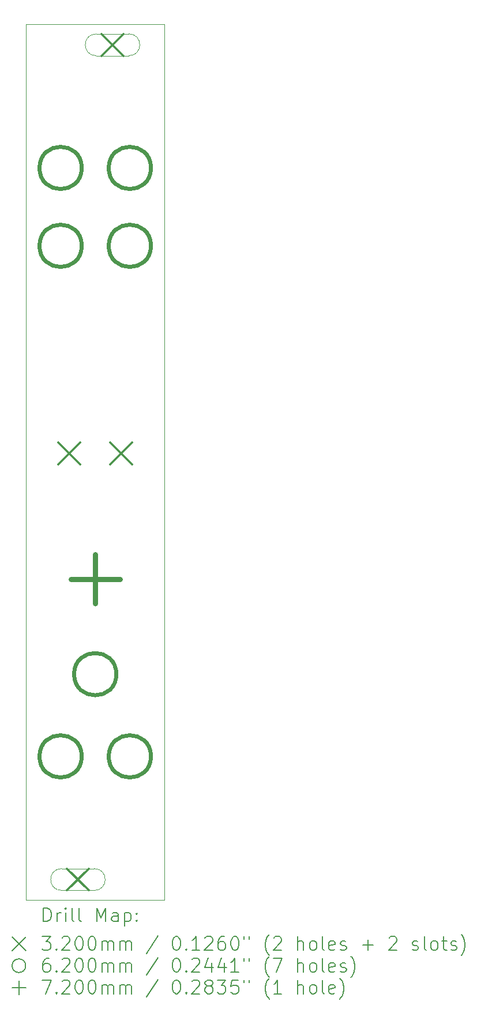
<source format=gbr>
%TF.GenerationSoftware,KiCad,Pcbnew,9.0.7*%
%TF.CreationDate,2026-01-04T21:32:23+01:00*%
%TF.ProjectId,board_F,626f6172-645f-4462-9e6b-696361645f70,rev?*%
%TF.SameCoordinates,Original*%
%TF.FileFunction,Drillmap*%
%TF.FilePolarity,Positive*%
%FSLAX45Y45*%
G04 Gerber Fmt 4.5, Leading zero omitted, Abs format (unit mm)*
G04 Created by KiCad (PCBNEW 9.0.7) date 2026-01-04 21:32:23*
%MOMM*%
%LPD*%
G01*
G04 APERTURE LIST*
%ADD10C,0.100000*%
%ADD11C,0.200000*%
%ADD12C,0.320000*%
%ADD13C,0.620000*%
%ADD14C,0.720000*%
G04 APERTURE END LIST*
D10*
X13984000Y-16425000D02*
X13984000Y-3575000D01*
X16016000Y-16425000D02*
X13984000Y-16425000D01*
X13984000Y-3575000D02*
X16016000Y-3575000D01*
X16016000Y-3575000D02*
X16016000Y-16425000D01*
D11*
D12*
X14459000Y-9713000D02*
X14779000Y-10033000D01*
X14779000Y-9713000D02*
X14459000Y-10033000D01*
X14586000Y-15965000D02*
X14906000Y-16285000D01*
X14906000Y-15965000D02*
X14586000Y-16285000D01*
D10*
X14506000Y-16285000D02*
X14986000Y-16285000D01*
X14986000Y-15965000D02*
G75*
G02*
X14986000Y-16285000I0J-160000D01*
G01*
X14986000Y-15965000D02*
X14506000Y-15965000D01*
X14506000Y-15965000D02*
G75*
G03*
X14506000Y-16285000I0J-160000D01*
G01*
D12*
X15094000Y-3715000D02*
X15414000Y-4035000D01*
X15414000Y-3715000D02*
X15094000Y-4035000D01*
D10*
X15014000Y-4035000D02*
X15494000Y-4035000D01*
X15494000Y-3715000D02*
G75*
G02*
X15494000Y-4035000I0J-160000D01*
G01*
X15494000Y-3715000D02*
X15014000Y-3715000D01*
X15014000Y-3715000D02*
G75*
G03*
X15014000Y-4035000I0J-160000D01*
G01*
D12*
X15221000Y-9713000D02*
X15541000Y-10033000D01*
X15541000Y-9713000D02*
X15221000Y-10033000D01*
D13*
X14802000Y-5682000D02*
G75*
G02*
X14182000Y-5682000I-310000J0D01*
G01*
X14182000Y-5682000D02*
G75*
G02*
X14802000Y-5682000I310000J0D01*
G01*
X14802000Y-6825000D02*
G75*
G02*
X14182000Y-6825000I-310000J0D01*
G01*
X14182000Y-6825000D02*
G75*
G02*
X14802000Y-6825000I310000J0D01*
G01*
X14802000Y-14318000D02*
G75*
G02*
X14182000Y-14318000I-310000J0D01*
G01*
X14182000Y-14318000D02*
G75*
G02*
X14802000Y-14318000I310000J0D01*
G01*
X15310000Y-13111500D02*
G75*
G02*
X14690000Y-13111500I-310000J0D01*
G01*
X14690000Y-13111500D02*
G75*
G02*
X15310000Y-13111500I310000J0D01*
G01*
X15818000Y-5682000D02*
G75*
G02*
X15198000Y-5682000I-310000J0D01*
G01*
X15198000Y-5682000D02*
G75*
G02*
X15818000Y-5682000I310000J0D01*
G01*
X15818000Y-6825000D02*
G75*
G02*
X15198000Y-6825000I-310000J0D01*
G01*
X15198000Y-6825000D02*
G75*
G02*
X15818000Y-6825000I310000J0D01*
G01*
X15818000Y-14318000D02*
G75*
G02*
X15198000Y-14318000I-310000J0D01*
G01*
X15198000Y-14318000D02*
G75*
G02*
X15818000Y-14318000I310000J0D01*
G01*
D14*
X15000000Y-11354500D02*
X15000000Y-12074500D01*
X14640000Y-11714500D02*
X15360000Y-11714500D01*
D11*
X14239777Y-16741484D02*
X14239777Y-16541484D01*
X14239777Y-16541484D02*
X14287396Y-16541484D01*
X14287396Y-16541484D02*
X14315967Y-16551008D01*
X14315967Y-16551008D02*
X14335015Y-16570055D01*
X14335015Y-16570055D02*
X14344539Y-16589103D01*
X14344539Y-16589103D02*
X14354062Y-16627198D01*
X14354062Y-16627198D02*
X14354062Y-16655769D01*
X14354062Y-16655769D02*
X14344539Y-16693865D01*
X14344539Y-16693865D02*
X14335015Y-16712912D01*
X14335015Y-16712912D02*
X14315967Y-16731960D01*
X14315967Y-16731960D02*
X14287396Y-16741484D01*
X14287396Y-16741484D02*
X14239777Y-16741484D01*
X14439777Y-16741484D02*
X14439777Y-16608150D01*
X14439777Y-16646246D02*
X14449301Y-16627198D01*
X14449301Y-16627198D02*
X14458824Y-16617674D01*
X14458824Y-16617674D02*
X14477872Y-16608150D01*
X14477872Y-16608150D02*
X14496920Y-16608150D01*
X14563586Y-16741484D02*
X14563586Y-16608150D01*
X14563586Y-16541484D02*
X14554062Y-16551008D01*
X14554062Y-16551008D02*
X14563586Y-16560531D01*
X14563586Y-16560531D02*
X14573110Y-16551008D01*
X14573110Y-16551008D02*
X14563586Y-16541484D01*
X14563586Y-16541484D02*
X14563586Y-16560531D01*
X14687396Y-16741484D02*
X14668348Y-16731960D01*
X14668348Y-16731960D02*
X14658824Y-16712912D01*
X14658824Y-16712912D02*
X14658824Y-16541484D01*
X14792158Y-16741484D02*
X14773110Y-16731960D01*
X14773110Y-16731960D02*
X14763586Y-16712912D01*
X14763586Y-16712912D02*
X14763586Y-16541484D01*
X15020729Y-16741484D02*
X15020729Y-16541484D01*
X15020729Y-16541484D02*
X15087396Y-16684341D01*
X15087396Y-16684341D02*
X15154062Y-16541484D01*
X15154062Y-16541484D02*
X15154062Y-16741484D01*
X15335015Y-16741484D02*
X15335015Y-16636722D01*
X15335015Y-16636722D02*
X15325491Y-16617674D01*
X15325491Y-16617674D02*
X15306443Y-16608150D01*
X15306443Y-16608150D02*
X15268348Y-16608150D01*
X15268348Y-16608150D02*
X15249301Y-16617674D01*
X15335015Y-16731960D02*
X15315967Y-16741484D01*
X15315967Y-16741484D02*
X15268348Y-16741484D01*
X15268348Y-16741484D02*
X15249301Y-16731960D01*
X15249301Y-16731960D02*
X15239777Y-16712912D01*
X15239777Y-16712912D02*
X15239777Y-16693865D01*
X15239777Y-16693865D02*
X15249301Y-16674817D01*
X15249301Y-16674817D02*
X15268348Y-16665293D01*
X15268348Y-16665293D02*
X15315967Y-16665293D01*
X15315967Y-16665293D02*
X15335015Y-16655769D01*
X15430253Y-16608150D02*
X15430253Y-16808150D01*
X15430253Y-16617674D02*
X15449301Y-16608150D01*
X15449301Y-16608150D02*
X15487396Y-16608150D01*
X15487396Y-16608150D02*
X15506443Y-16617674D01*
X15506443Y-16617674D02*
X15515967Y-16627198D01*
X15515967Y-16627198D02*
X15525491Y-16646246D01*
X15525491Y-16646246D02*
X15525491Y-16703388D01*
X15525491Y-16703388D02*
X15515967Y-16722436D01*
X15515967Y-16722436D02*
X15506443Y-16731960D01*
X15506443Y-16731960D02*
X15487396Y-16741484D01*
X15487396Y-16741484D02*
X15449301Y-16741484D01*
X15449301Y-16741484D02*
X15430253Y-16731960D01*
X15611205Y-16722436D02*
X15620729Y-16731960D01*
X15620729Y-16731960D02*
X15611205Y-16741484D01*
X15611205Y-16741484D02*
X15601682Y-16731960D01*
X15601682Y-16731960D02*
X15611205Y-16722436D01*
X15611205Y-16722436D02*
X15611205Y-16741484D01*
X15611205Y-16617674D02*
X15620729Y-16627198D01*
X15620729Y-16627198D02*
X15611205Y-16636722D01*
X15611205Y-16636722D02*
X15601682Y-16627198D01*
X15601682Y-16627198D02*
X15611205Y-16617674D01*
X15611205Y-16617674D02*
X15611205Y-16636722D01*
X13779000Y-16970000D02*
X13979000Y-17170000D01*
X13979000Y-16970000D02*
X13779000Y-17170000D01*
X14220729Y-16961484D02*
X14344539Y-16961484D01*
X14344539Y-16961484D02*
X14277872Y-17037674D01*
X14277872Y-17037674D02*
X14306443Y-17037674D01*
X14306443Y-17037674D02*
X14325491Y-17047198D01*
X14325491Y-17047198D02*
X14335015Y-17056722D01*
X14335015Y-17056722D02*
X14344539Y-17075770D01*
X14344539Y-17075770D02*
X14344539Y-17123389D01*
X14344539Y-17123389D02*
X14335015Y-17142436D01*
X14335015Y-17142436D02*
X14325491Y-17151960D01*
X14325491Y-17151960D02*
X14306443Y-17161484D01*
X14306443Y-17161484D02*
X14249301Y-17161484D01*
X14249301Y-17161484D02*
X14230253Y-17151960D01*
X14230253Y-17151960D02*
X14220729Y-17142436D01*
X14430253Y-17142436D02*
X14439777Y-17151960D01*
X14439777Y-17151960D02*
X14430253Y-17161484D01*
X14430253Y-17161484D02*
X14420729Y-17151960D01*
X14420729Y-17151960D02*
X14430253Y-17142436D01*
X14430253Y-17142436D02*
X14430253Y-17161484D01*
X14515967Y-16980531D02*
X14525491Y-16971008D01*
X14525491Y-16971008D02*
X14544539Y-16961484D01*
X14544539Y-16961484D02*
X14592158Y-16961484D01*
X14592158Y-16961484D02*
X14611205Y-16971008D01*
X14611205Y-16971008D02*
X14620729Y-16980531D01*
X14620729Y-16980531D02*
X14630253Y-16999579D01*
X14630253Y-16999579D02*
X14630253Y-17018627D01*
X14630253Y-17018627D02*
X14620729Y-17047198D01*
X14620729Y-17047198D02*
X14506443Y-17161484D01*
X14506443Y-17161484D02*
X14630253Y-17161484D01*
X14754062Y-16961484D02*
X14773110Y-16961484D01*
X14773110Y-16961484D02*
X14792158Y-16971008D01*
X14792158Y-16971008D02*
X14801682Y-16980531D01*
X14801682Y-16980531D02*
X14811205Y-16999579D01*
X14811205Y-16999579D02*
X14820729Y-17037674D01*
X14820729Y-17037674D02*
X14820729Y-17085293D01*
X14820729Y-17085293D02*
X14811205Y-17123389D01*
X14811205Y-17123389D02*
X14801682Y-17142436D01*
X14801682Y-17142436D02*
X14792158Y-17151960D01*
X14792158Y-17151960D02*
X14773110Y-17161484D01*
X14773110Y-17161484D02*
X14754062Y-17161484D01*
X14754062Y-17161484D02*
X14735015Y-17151960D01*
X14735015Y-17151960D02*
X14725491Y-17142436D01*
X14725491Y-17142436D02*
X14715967Y-17123389D01*
X14715967Y-17123389D02*
X14706443Y-17085293D01*
X14706443Y-17085293D02*
X14706443Y-17037674D01*
X14706443Y-17037674D02*
X14715967Y-16999579D01*
X14715967Y-16999579D02*
X14725491Y-16980531D01*
X14725491Y-16980531D02*
X14735015Y-16971008D01*
X14735015Y-16971008D02*
X14754062Y-16961484D01*
X14944539Y-16961484D02*
X14963586Y-16961484D01*
X14963586Y-16961484D02*
X14982634Y-16971008D01*
X14982634Y-16971008D02*
X14992158Y-16980531D01*
X14992158Y-16980531D02*
X15001682Y-16999579D01*
X15001682Y-16999579D02*
X15011205Y-17037674D01*
X15011205Y-17037674D02*
X15011205Y-17085293D01*
X15011205Y-17085293D02*
X15001682Y-17123389D01*
X15001682Y-17123389D02*
X14992158Y-17142436D01*
X14992158Y-17142436D02*
X14982634Y-17151960D01*
X14982634Y-17151960D02*
X14963586Y-17161484D01*
X14963586Y-17161484D02*
X14944539Y-17161484D01*
X14944539Y-17161484D02*
X14925491Y-17151960D01*
X14925491Y-17151960D02*
X14915967Y-17142436D01*
X14915967Y-17142436D02*
X14906443Y-17123389D01*
X14906443Y-17123389D02*
X14896920Y-17085293D01*
X14896920Y-17085293D02*
X14896920Y-17037674D01*
X14896920Y-17037674D02*
X14906443Y-16999579D01*
X14906443Y-16999579D02*
X14915967Y-16980531D01*
X14915967Y-16980531D02*
X14925491Y-16971008D01*
X14925491Y-16971008D02*
X14944539Y-16961484D01*
X15096920Y-17161484D02*
X15096920Y-17028150D01*
X15096920Y-17047198D02*
X15106443Y-17037674D01*
X15106443Y-17037674D02*
X15125491Y-17028150D01*
X15125491Y-17028150D02*
X15154063Y-17028150D01*
X15154063Y-17028150D02*
X15173110Y-17037674D01*
X15173110Y-17037674D02*
X15182634Y-17056722D01*
X15182634Y-17056722D02*
X15182634Y-17161484D01*
X15182634Y-17056722D02*
X15192158Y-17037674D01*
X15192158Y-17037674D02*
X15211205Y-17028150D01*
X15211205Y-17028150D02*
X15239777Y-17028150D01*
X15239777Y-17028150D02*
X15258824Y-17037674D01*
X15258824Y-17037674D02*
X15268348Y-17056722D01*
X15268348Y-17056722D02*
X15268348Y-17161484D01*
X15363586Y-17161484D02*
X15363586Y-17028150D01*
X15363586Y-17047198D02*
X15373110Y-17037674D01*
X15373110Y-17037674D02*
X15392158Y-17028150D01*
X15392158Y-17028150D02*
X15420729Y-17028150D01*
X15420729Y-17028150D02*
X15439777Y-17037674D01*
X15439777Y-17037674D02*
X15449301Y-17056722D01*
X15449301Y-17056722D02*
X15449301Y-17161484D01*
X15449301Y-17056722D02*
X15458824Y-17037674D01*
X15458824Y-17037674D02*
X15477872Y-17028150D01*
X15477872Y-17028150D02*
X15506443Y-17028150D01*
X15506443Y-17028150D02*
X15525491Y-17037674D01*
X15525491Y-17037674D02*
X15535015Y-17056722D01*
X15535015Y-17056722D02*
X15535015Y-17161484D01*
X15925491Y-16951960D02*
X15754063Y-17209103D01*
X16182634Y-16961484D02*
X16201682Y-16961484D01*
X16201682Y-16961484D02*
X16220729Y-16971008D01*
X16220729Y-16971008D02*
X16230253Y-16980531D01*
X16230253Y-16980531D02*
X16239777Y-16999579D01*
X16239777Y-16999579D02*
X16249301Y-17037674D01*
X16249301Y-17037674D02*
X16249301Y-17085293D01*
X16249301Y-17085293D02*
X16239777Y-17123389D01*
X16239777Y-17123389D02*
X16230253Y-17142436D01*
X16230253Y-17142436D02*
X16220729Y-17151960D01*
X16220729Y-17151960D02*
X16201682Y-17161484D01*
X16201682Y-17161484D02*
X16182634Y-17161484D01*
X16182634Y-17161484D02*
X16163586Y-17151960D01*
X16163586Y-17151960D02*
X16154063Y-17142436D01*
X16154063Y-17142436D02*
X16144539Y-17123389D01*
X16144539Y-17123389D02*
X16135015Y-17085293D01*
X16135015Y-17085293D02*
X16135015Y-17037674D01*
X16135015Y-17037674D02*
X16144539Y-16999579D01*
X16144539Y-16999579D02*
X16154063Y-16980531D01*
X16154063Y-16980531D02*
X16163586Y-16971008D01*
X16163586Y-16971008D02*
X16182634Y-16961484D01*
X16335015Y-17142436D02*
X16344539Y-17151960D01*
X16344539Y-17151960D02*
X16335015Y-17161484D01*
X16335015Y-17161484D02*
X16325491Y-17151960D01*
X16325491Y-17151960D02*
X16335015Y-17142436D01*
X16335015Y-17142436D02*
X16335015Y-17161484D01*
X16535015Y-17161484D02*
X16420729Y-17161484D01*
X16477872Y-17161484D02*
X16477872Y-16961484D01*
X16477872Y-16961484D02*
X16458825Y-16990055D01*
X16458825Y-16990055D02*
X16439777Y-17009103D01*
X16439777Y-17009103D02*
X16420729Y-17018627D01*
X16611206Y-16980531D02*
X16620729Y-16971008D01*
X16620729Y-16971008D02*
X16639777Y-16961484D01*
X16639777Y-16961484D02*
X16687396Y-16961484D01*
X16687396Y-16961484D02*
X16706444Y-16971008D01*
X16706444Y-16971008D02*
X16715967Y-16980531D01*
X16715967Y-16980531D02*
X16725491Y-16999579D01*
X16725491Y-16999579D02*
X16725491Y-17018627D01*
X16725491Y-17018627D02*
X16715967Y-17047198D01*
X16715967Y-17047198D02*
X16601682Y-17161484D01*
X16601682Y-17161484D02*
X16725491Y-17161484D01*
X16896920Y-16961484D02*
X16858825Y-16961484D01*
X16858825Y-16961484D02*
X16839777Y-16971008D01*
X16839777Y-16971008D02*
X16830253Y-16980531D01*
X16830253Y-16980531D02*
X16811206Y-17009103D01*
X16811206Y-17009103D02*
X16801682Y-17047198D01*
X16801682Y-17047198D02*
X16801682Y-17123389D01*
X16801682Y-17123389D02*
X16811206Y-17142436D01*
X16811206Y-17142436D02*
X16820729Y-17151960D01*
X16820729Y-17151960D02*
X16839777Y-17161484D01*
X16839777Y-17161484D02*
X16877872Y-17161484D01*
X16877872Y-17161484D02*
X16896920Y-17151960D01*
X16896920Y-17151960D02*
X16906444Y-17142436D01*
X16906444Y-17142436D02*
X16915968Y-17123389D01*
X16915968Y-17123389D02*
X16915968Y-17075770D01*
X16915968Y-17075770D02*
X16906444Y-17056722D01*
X16906444Y-17056722D02*
X16896920Y-17047198D01*
X16896920Y-17047198D02*
X16877872Y-17037674D01*
X16877872Y-17037674D02*
X16839777Y-17037674D01*
X16839777Y-17037674D02*
X16820729Y-17047198D01*
X16820729Y-17047198D02*
X16811206Y-17056722D01*
X16811206Y-17056722D02*
X16801682Y-17075770D01*
X17039777Y-16961484D02*
X17058825Y-16961484D01*
X17058825Y-16961484D02*
X17077872Y-16971008D01*
X17077872Y-16971008D02*
X17087396Y-16980531D01*
X17087396Y-16980531D02*
X17096920Y-16999579D01*
X17096920Y-16999579D02*
X17106444Y-17037674D01*
X17106444Y-17037674D02*
X17106444Y-17085293D01*
X17106444Y-17085293D02*
X17096920Y-17123389D01*
X17096920Y-17123389D02*
X17087396Y-17142436D01*
X17087396Y-17142436D02*
X17077872Y-17151960D01*
X17077872Y-17151960D02*
X17058825Y-17161484D01*
X17058825Y-17161484D02*
X17039777Y-17161484D01*
X17039777Y-17161484D02*
X17020729Y-17151960D01*
X17020729Y-17151960D02*
X17011206Y-17142436D01*
X17011206Y-17142436D02*
X17001682Y-17123389D01*
X17001682Y-17123389D02*
X16992158Y-17085293D01*
X16992158Y-17085293D02*
X16992158Y-17037674D01*
X16992158Y-17037674D02*
X17001682Y-16999579D01*
X17001682Y-16999579D02*
X17011206Y-16980531D01*
X17011206Y-16980531D02*
X17020729Y-16971008D01*
X17020729Y-16971008D02*
X17039777Y-16961484D01*
X17182634Y-16961484D02*
X17182634Y-16999579D01*
X17258825Y-16961484D02*
X17258825Y-16999579D01*
X17554063Y-17237674D02*
X17544539Y-17228150D01*
X17544539Y-17228150D02*
X17525491Y-17199579D01*
X17525491Y-17199579D02*
X17515968Y-17180531D01*
X17515968Y-17180531D02*
X17506444Y-17151960D01*
X17506444Y-17151960D02*
X17496920Y-17104341D01*
X17496920Y-17104341D02*
X17496920Y-17066246D01*
X17496920Y-17066246D02*
X17506444Y-17018627D01*
X17506444Y-17018627D02*
X17515968Y-16990055D01*
X17515968Y-16990055D02*
X17525491Y-16971008D01*
X17525491Y-16971008D02*
X17544539Y-16942436D01*
X17544539Y-16942436D02*
X17554063Y-16932912D01*
X17620730Y-16980531D02*
X17630253Y-16971008D01*
X17630253Y-16971008D02*
X17649301Y-16961484D01*
X17649301Y-16961484D02*
X17696920Y-16961484D01*
X17696920Y-16961484D02*
X17715968Y-16971008D01*
X17715968Y-16971008D02*
X17725491Y-16980531D01*
X17725491Y-16980531D02*
X17735015Y-16999579D01*
X17735015Y-16999579D02*
X17735015Y-17018627D01*
X17735015Y-17018627D02*
X17725491Y-17047198D01*
X17725491Y-17047198D02*
X17611206Y-17161484D01*
X17611206Y-17161484D02*
X17735015Y-17161484D01*
X17973111Y-17161484D02*
X17973111Y-16961484D01*
X18058825Y-17161484D02*
X18058825Y-17056722D01*
X18058825Y-17056722D02*
X18049301Y-17037674D01*
X18049301Y-17037674D02*
X18030253Y-17028150D01*
X18030253Y-17028150D02*
X18001682Y-17028150D01*
X18001682Y-17028150D02*
X17982634Y-17037674D01*
X17982634Y-17037674D02*
X17973111Y-17047198D01*
X18182634Y-17161484D02*
X18163587Y-17151960D01*
X18163587Y-17151960D02*
X18154063Y-17142436D01*
X18154063Y-17142436D02*
X18144539Y-17123389D01*
X18144539Y-17123389D02*
X18144539Y-17066246D01*
X18144539Y-17066246D02*
X18154063Y-17047198D01*
X18154063Y-17047198D02*
X18163587Y-17037674D01*
X18163587Y-17037674D02*
X18182634Y-17028150D01*
X18182634Y-17028150D02*
X18211206Y-17028150D01*
X18211206Y-17028150D02*
X18230253Y-17037674D01*
X18230253Y-17037674D02*
X18239777Y-17047198D01*
X18239777Y-17047198D02*
X18249301Y-17066246D01*
X18249301Y-17066246D02*
X18249301Y-17123389D01*
X18249301Y-17123389D02*
X18239777Y-17142436D01*
X18239777Y-17142436D02*
X18230253Y-17151960D01*
X18230253Y-17151960D02*
X18211206Y-17161484D01*
X18211206Y-17161484D02*
X18182634Y-17161484D01*
X18363587Y-17161484D02*
X18344539Y-17151960D01*
X18344539Y-17151960D02*
X18335015Y-17132912D01*
X18335015Y-17132912D02*
X18335015Y-16961484D01*
X18515968Y-17151960D02*
X18496920Y-17161484D01*
X18496920Y-17161484D02*
X18458825Y-17161484D01*
X18458825Y-17161484D02*
X18439777Y-17151960D01*
X18439777Y-17151960D02*
X18430253Y-17132912D01*
X18430253Y-17132912D02*
X18430253Y-17056722D01*
X18430253Y-17056722D02*
X18439777Y-17037674D01*
X18439777Y-17037674D02*
X18458825Y-17028150D01*
X18458825Y-17028150D02*
X18496920Y-17028150D01*
X18496920Y-17028150D02*
X18515968Y-17037674D01*
X18515968Y-17037674D02*
X18525492Y-17056722D01*
X18525492Y-17056722D02*
X18525492Y-17075770D01*
X18525492Y-17075770D02*
X18430253Y-17094817D01*
X18601682Y-17151960D02*
X18620730Y-17161484D01*
X18620730Y-17161484D02*
X18658825Y-17161484D01*
X18658825Y-17161484D02*
X18677873Y-17151960D01*
X18677873Y-17151960D02*
X18687396Y-17132912D01*
X18687396Y-17132912D02*
X18687396Y-17123389D01*
X18687396Y-17123389D02*
X18677873Y-17104341D01*
X18677873Y-17104341D02*
X18658825Y-17094817D01*
X18658825Y-17094817D02*
X18630253Y-17094817D01*
X18630253Y-17094817D02*
X18611206Y-17085293D01*
X18611206Y-17085293D02*
X18601682Y-17066246D01*
X18601682Y-17066246D02*
X18601682Y-17056722D01*
X18601682Y-17056722D02*
X18611206Y-17037674D01*
X18611206Y-17037674D02*
X18630253Y-17028150D01*
X18630253Y-17028150D02*
X18658825Y-17028150D01*
X18658825Y-17028150D02*
X18677873Y-17037674D01*
X18925492Y-17085293D02*
X19077873Y-17085293D01*
X19001682Y-17161484D02*
X19001682Y-17009103D01*
X19315968Y-16980531D02*
X19325492Y-16971008D01*
X19325492Y-16971008D02*
X19344539Y-16961484D01*
X19344539Y-16961484D02*
X19392158Y-16961484D01*
X19392158Y-16961484D02*
X19411206Y-16971008D01*
X19411206Y-16971008D02*
X19420730Y-16980531D01*
X19420730Y-16980531D02*
X19430254Y-16999579D01*
X19430254Y-16999579D02*
X19430254Y-17018627D01*
X19430254Y-17018627D02*
X19420730Y-17047198D01*
X19420730Y-17047198D02*
X19306444Y-17161484D01*
X19306444Y-17161484D02*
X19430254Y-17161484D01*
X19658825Y-17151960D02*
X19677873Y-17161484D01*
X19677873Y-17161484D02*
X19715968Y-17161484D01*
X19715968Y-17161484D02*
X19735016Y-17151960D01*
X19735016Y-17151960D02*
X19744539Y-17132912D01*
X19744539Y-17132912D02*
X19744539Y-17123389D01*
X19744539Y-17123389D02*
X19735016Y-17104341D01*
X19735016Y-17104341D02*
X19715968Y-17094817D01*
X19715968Y-17094817D02*
X19687396Y-17094817D01*
X19687396Y-17094817D02*
X19668349Y-17085293D01*
X19668349Y-17085293D02*
X19658825Y-17066246D01*
X19658825Y-17066246D02*
X19658825Y-17056722D01*
X19658825Y-17056722D02*
X19668349Y-17037674D01*
X19668349Y-17037674D02*
X19687396Y-17028150D01*
X19687396Y-17028150D02*
X19715968Y-17028150D01*
X19715968Y-17028150D02*
X19735016Y-17037674D01*
X19858825Y-17161484D02*
X19839777Y-17151960D01*
X19839777Y-17151960D02*
X19830254Y-17132912D01*
X19830254Y-17132912D02*
X19830254Y-16961484D01*
X19963587Y-17161484D02*
X19944539Y-17151960D01*
X19944539Y-17151960D02*
X19935016Y-17142436D01*
X19935016Y-17142436D02*
X19925492Y-17123389D01*
X19925492Y-17123389D02*
X19925492Y-17066246D01*
X19925492Y-17066246D02*
X19935016Y-17047198D01*
X19935016Y-17047198D02*
X19944539Y-17037674D01*
X19944539Y-17037674D02*
X19963587Y-17028150D01*
X19963587Y-17028150D02*
X19992158Y-17028150D01*
X19992158Y-17028150D02*
X20011206Y-17037674D01*
X20011206Y-17037674D02*
X20020730Y-17047198D01*
X20020730Y-17047198D02*
X20030254Y-17066246D01*
X20030254Y-17066246D02*
X20030254Y-17123389D01*
X20030254Y-17123389D02*
X20020730Y-17142436D01*
X20020730Y-17142436D02*
X20011206Y-17151960D01*
X20011206Y-17151960D02*
X19992158Y-17161484D01*
X19992158Y-17161484D02*
X19963587Y-17161484D01*
X20087397Y-17028150D02*
X20163587Y-17028150D01*
X20115968Y-16961484D02*
X20115968Y-17132912D01*
X20115968Y-17132912D02*
X20125492Y-17151960D01*
X20125492Y-17151960D02*
X20144539Y-17161484D01*
X20144539Y-17161484D02*
X20163587Y-17161484D01*
X20220730Y-17151960D02*
X20239777Y-17161484D01*
X20239777Y-17161484D02*
X20277873Y-17161484D01*
X20277873Y-17161484D02*
X20296920Y-17151960D01*
X20296920Y-17151960D02*
X20306444Y-17132912D01*
X20306444Y-17132912D02*
X20306444Y-17123389D01*
X20306444Y-17123389D02*
X20296920Y-17104341D01*
X20296920Y-17104341D02*
X20277873Y-17094817D01*
X20277873Y-17094817D02*
X20249301Y-17094817D01*
X20249301Y-17094817D02*
X20230254Y-17085293D01*
X20230254Y-17085293D02*
X20220730Y-17066246D01*
X20220730Y-17066246D02*
X20220730Y-17056722D01*
X20220730Y-17056722D02*
X20230254Y-17037674D01*
X20230254Y-17037674D02*
X20249301Y-17028150D01*
X20249301Y-17028150D02*
X20277873Y-17028150D01*
X20277873Y-17028150D02*
X20296920Y-17037674D01*
X20373111Y-17237674D02*
X20382635Y-17228150D01*
X20382635Y-17228150D02*
X20401682Y-17199579D01*
X20401682Y-17199579D02*
X20411206Y-17180531D01*
X20411206Y-17180531D02*
X20420730Y-17151960D01*
X20420730Y-17151960D02*
X20430254Y-17104341D01*
X20430254Y-17104341D02*
X20430254Y-17066246D01*
X20430254Y-17066246D02*
X20420730Y-17018627D01*
X20420730Y-17018627D02*
X20411206Y-16990055D01*
X20411206Y-16990055D02*
X20401682Y-16971008D01*
X20401682Y-16971008D02*
X20382635Y-16942436D01*
X20382635Y-16942436D02*
X20373111Y-16932912D01*
X13979000Y-17390000D02*
G75*
G02*
X13779000Y-17390000I-100000J0D01*
G01*
X13779000Y-17390000D02*
G75*
G02*
X13979000Y-17390000I100000J0D01*
G01*
X14325491Y-17281484D02*
X14287396Y-17281484D01*
X14287396Y-17281484D02*
X14268348Y-17291008D01*
X14268348Y-17291008D02*
X14258824Y-17300531D01*
X14258824Y-17300531D02*
X14239777Y-17329103D01*
X14239777Y-17329103D02*
X14230253Y-17367198D01*
X14230253Y-17367198D02*
X14230253Y-17443389D01*
X14230253Y-17443389D02*
X14239777Y-17462436D01*
X14239777Y-17462436D02*
X14249301Y-17471960D01*
X14249301Y-17471960D02*
X14268348Y-17481484D01*
X14268348Y-17481484D02*
X14306443Y-17481484D01*
X14306443Y-17481484D02*
X14325491Y-17471960D01*
X14325491Y-17471960D02*
X14335015Y-17462436D01*
X14335015Y-17462436D02*
X14344539Y-17443389D01*
X14344539Y-17443389D02*
X14344539Y-17395770D01*
X14344539Y-17395770D02*
X14335015Y-17376722D01*
X14335015Y-17376722D02*
X14325491Y-17367198D01*
X14325491Y-17367198D02*
X14306443Y-17357674D01*
X14306443Y-17357674D02*
X14268348Y-17357674D01*
X14268348Y-17357674D02*
X14249301Y-17367198D01*
X14249301Y-17367198D02*
X14239777Y-17376722D01*
X14239777Y-17376722D02*
X14230253Y-17395770D01*
X14430253Y-17462436D02*
X14439777Y-17471960D01*
X14439777Y-17471960D02*
X14430253Y-17481484D01*
X14430253Y-17481484D02*
X14420729Y-17471960D01*
X14420729Y-17471960D02*
X14430253Y-17462436D01*
X14430253Y-17462436D02*
X14430253Y-17481484D01*
X14515967Y-17300531D02*
X14525491Y-17291008D01*
X14525491Y-17291008D02*
X14544539Y-17281484D01*
X14544539Y-17281484D02*
X14592158Y-17281484D01*
X14592158Y-17281484D02*
X14611205Y-17291008D01*
X14611205Y-17291008D02*
X14620729Y-17300531D01*
X14620729Y-17300531D02*
X14630253Y-17319579D01*
X14630253Y-17319579D02*
X14630253Y-17338627D01*
X14630253Y-17338627D02*
X14620729Y-17367198D01*
X14620729Y-17367198D02*
X14506443Y-17481484D01*
X14506443Y-17481484D02*
X14630253Y-17481484D01*
X14754062Y-17281484D02*
X14773110Y-17281484D01*
X14773110Y-17281484D02*
X14792158Y-17291008D01*
X14792158Y-17291008D02*
X14801682Y-17300531D01*
X14801682Y-17300531D02*
X14811205Y-17319579D01*
X14811205Y-17319579D02*
X14820729Y-17357674D01*
X14820729Y-17357674D02*
X14820729Y-17405293D01*
X14820729Y-17405293D02*
X14811205Y-17443389D01*
X14811205Y-17443389D02*
X14801682Y-17462436D01*
X14801682Y-17462436D02*
X14792158Y-17471960D01*
X14792158Y-17471960D02*
X14773110Y-17481484D01*
X14773110Y-17481484D02*
X14754062Y-17481484D01*
X14754062Y-17481484D02*
X14735015Y-17471960D01*
X14735015Y-17471960D02*
X14725491Y-17462436D01*
X14725491Y-17462436D02*
X14715967Y-17443389D01*
X14715967Y-17443389D02*
X14706443Y-17405293D01*
X14706443Y-17405293D02*
X14706443Y-17357674D01*
X14706443Y-17357674D02*
X14715967Y-17319579D01*
X14715967Y-17319579D02*
X14725491Y-17300531D01*
X14725491Y-17300531D02*
X14735015Y-17291008D01*
X14735015Y-17291008D02*
X14754062Y-17281484D01*
X14944539Y-17281484D02*
X14963586Y-17281484D01*
X14963586Y-17281484D02*
X14982634Y-17291008D01*
X14982634Y-17291008D02*
X14992158Y-17300531D01*
X14992158Y-17300531D02*
X15001682Y-17319579D01*
X15001682Y-17319579D02*
X15011205Y-17357674D01*
X15011205Y-17357674D02*
X15011205Y-17405293D01*
X15011205Y-17405293D02*
X15001682Y-17443389D01*
X15001682Y-17443389D02*
X14992158Y-17462436D01*
X14992158Y-17462436D02*
X14982634Y-17471960D01*
X14982634Y-17471960D02*
X14963586Y-17481484D01*
X14963586Y-17481484D02*
X14944539Y-17481484D01*
X14944539Y-17481484D02*
X14925491Y-17471960D01*
X14925491Y-17471960D02*
X14915967Y-17462436D01*
X14915967Y-17462436D02*
X14906443Y-17443389D01*
X14906443Y-17443389D02*
X14896920Y-17405293D01*
X14896920Y-17405293D02*
X14896920Y-17357674D01*
X14896920Y-17357674D02*
X14906443Y-17319579D01*
X14906443Y-17319579D02*
X14915967Y-17300531D01*
X14915967Y-17300531D02*
X14925491Y-17291008D01*
X14925491Y-17291008D02*
X14944539Y-17281484D01*
X15096920Y-17481484D02*
X15096920Y-17348150D01*
X15096920Y-17367198D02*
X15106443Y-17357674D01*
X15106443Y-17357674D02*
X15125491Y-17348150D01*
X15125491Y-17348150D02*
X15154063Y-17348150D01*
X15154063Y-17348150D02*
X15173110Y-17357674D01*
X15173110Y-17357674D02*
X15182634Y-17376722D01*
X15182634Y-17376722D02*
X15182634Y-17481484D01*
X15182634Y-17376722D02*
X15192158Y-17357674D01*
X15192158Y-17357674D02*
X15211205Y-17348150D01*
X15211205Y-17348150D02*
X15239777Y-17348150D01*
X15239777Y-17348150D02*
X15258824Y-17357674D01*
X15258824Y-17357674D02*
X15268348Y-17376722D01*
X15268348Y-17376722D02*
X15268348Y-17481484D01*
X15363586Y-17481484D02*
X15363586Y-17348150D01*
X15363586Y-17367198D02*
X15373110Y-17357674D01*
X15373110Y-17357674D02*
X15392158Y-17348150D01*
X15392158Y-17348150D02*
X15420729Y-17348150D01*
X15420729Y-17348150D02*
X15439777Y-17357674D01*
X15439777Y-17357674D02*
X15449301Y-17376722D01*
X15449301Y-17376722D02*
X15449301Y-17481484D01*
X15449301Y-17376722D02*
X15458824Y-17357674D01*
X15458824Y-17357674D02*
X15477872Y-17348150D01*
X15477872Y-17348150D02*
X15506443Y-17348150D01*
X15506443Y-17348150D02*
X15525491Y-17357674D01*
X15525491Y-17357674D02*
X15535015Y-17376722D01*
X15535015Y-17376722D02*
X15535015Y-17481484D01*
X15925491Y-17271960D02*
X15754063Y-17529103D01*
X16182634Y-17281484D02*
X16201682Y-17281484D01*
X16201682Y-17281484D02*
X16220729Y-17291008D01*
X16220729Y-17291008D02*
X16230253Y-17300531D01*
X16230253Y-17300531D02*
X16239777Y-17319579D01*
X16239777Y-17319579D02*
X16249301Y-17357674D01*
X16249301Y-17357674D02*
X16249301Y-17405293D01*
X16249301Y-17405293D02*
X16239777Y-17443389D01*
X16239777Y-17443389D02*
X16230253Y-17462436D01*
X16230253Y-17462436D02*
X16220729Y-17471960D01*
X16220729Y-17471960D02*
X16201682Y-17481484D01*
X16201682Y-17481484D02*
X16182634Y-17481484D01*
X16182634Y-17481484D02*
X16163586Y-17471960D01*
X16163586Y-17471960D02*
X16154063Y-17462436D01*
X16154063Y-17462436D02*
X16144539Y-17443389D01*
X16144539Y-17443389D02*
X16135015Y-17405293D01*
X16135015Y-17405293D02*
X16135015Y-17357674D01*
X16135015Y-17357674D02*
X16144539Y-17319579D01*
X16144539Y-17319579D02*
X16154063Y-17300531D01*
X16154063Y-17300531D02*
X16163586Y-17291008D01*
X16163586Y-17291008D02*
X16182634Y-17281484D01*
X16335015Y-17462436D02*
X16344539Y-17471960D01*
X16344539Y-17471960D02*
X16335015Y-17481484D01*
X16335015Y-17481484D02*
X16325491Y-17471960D01*
X16325491Y-17471960D02*
X16335015Y-17462436D01*
X16335015Y-17462436D02*
X16335015Y-17481484D01*
X16420729Y-17300531D02*
X16430253Y-17291008D01*
X16430253Y-17291008D02*
X16449301Y-17281484D01*
X16449301Y-17281484D02*
X16496920Y-17281484D01*
X16496920Y-17281484D02*
X16515967Y-17291008D01*
X16515967Y-17291008D02*
X16525491Y-17300531D01*
X16525491Y-17300531D02*
X16535015Y-17319579D01*
X16535015Y-17319579D02*
X16535015Y-17338627D01*
X16535015Y-17338627D02*
X16525491Y-17367198D01*
X16525491Y-17367198D02*
X16411206Y-17481484D01*
X16411206Y-17481484D02*
X16535015Y-17481484D01*
X16706444Y-17348150D02*
X16706444Y-17481484D01*
X16658825Y-17271960D02*
X16611206Y-17414817D01*
X16611206Y-17414817D02*
X16735015Y-17414817D01*
X16896920Y-17348150D02*
X16896920Y-17481484D01*
X16849301Y-17271960D02*
X16801682Y-17414817D01*
X16801682Y-17414817D02*
X16925491Y-17414817D01*
X17106444Y-17481484D02*
X16992158Y-17481484D01*
X17049301Y-17481484D02*
X17049301Y-17281484D01*
X17049301Y-17281484D02*
X17030253Y-17310055D01*
X17030253Y-17310055D02*
X17011206Y-17329103D01*
X17011206Y-17329103D02*
X16992158Y-17338627D01*
X17182634Y-17281484D02*
X17182634Y-17319579D01*
X17258825Y-17281484D02*
X17258825Y-17319579D01*
X17554063Y-17557674D02*
X17544539Y-17548150D01*
X17544539Y-17548150D02*
X17525491Y-17519579D01*
X17525491Y-17519579D02*
X17515968Y-17500531D01*
X17515968Y-17500531D02*
X17506444Y-17471960D01*
X17506444Y-17471960D02*
X17496920Y-17424341D01*
X17496920Y-17424341D02*
X17496920Y-17386246D01*
X17496920Y-17386246D02*
X17506444Y-17338627D01*
X17506444Y-17338627D02*
X17515968Y-17310055D01*
X17515968Y-17310055D02*
X17525491Y-17291008D01*
X17525491Y-17291008D02*
X17544539Y-17262436D01*
X17544539Y-17262436D02*
X17554063Y-17252912D01*
X17611206Y-17281484D02*
X17744539Y-17281484D01*
X17744539Y-17281484D02*
X17658825Y-17481484D01*
X17973111Y-17481484D02*
X17973111Y-17281484D01*
X18058825Y-17481484D02*
X18058825Y-17376722D01*
X18058825Y-17376722D02*
X18049301Y-17357674D01*
X18049301Y-17357674D02*
X18030253Y-17348150D01*
X18030253Y-17348150D02*
X18001682Y-17348150D01*
X18001682Y-17348150D02*
X17982634Y-17357674D01*
X17982634Y-17357674D02*
X17973111Y-17367198D01*
X18182634Y-17481484D02*
X18163587Y-17471960D01*
X18163587Y-17471960D02*
X18154063Y-17462436D01*
X18154063Y-17462436D02*
X18144539Y-17443389D01*
X18144539Y-17443389D02*
X18144539Y-17386246D01*
X18144539Y-17386246D02*
X18154063Y-17367198D01*
X18154063Y-17367198D02*
X18163587Y-17357674D01*
X18163587Y-17357674D02*
X18182634Y-17348150D01*
X18182634Y-17348150D02*
X18211206Y-17348150D01*
X18211206Y-17348150D02*
X18230253Y-17357674D01*
X18230253Y-17357674D02*
X18239777Y-17367198D01*
X18239777Y-17367198D02*
X18249301Y-17386246D01*
X18249301Y-17386246D02*
X18249301Y-17443389D01*
X18249301Y-17443389D02*
X18239777Y-17462436D01*
X18239777Y-17462436D02*
X18230253Y-17471960D01*
X18230253Y-17471960D02*
X18211206Y-17481484D01*
X18211206Y-17481484D02*
X18182634Y-17481484D01*
X18363587Y-17481484D02*
X18344539Y-17471960D01*
X18344539Y-17471960D02*
X18335015Y-17452912D01*
X18335015Y-17452912D02*
X18335015Y-17281484D01*
X18515968Y-17471960D02*
X18496920Y-17481484D01*
X18496920Y-17481484D02*
X18458825Y-17481484D01*
X18458825Y-17481484D02*
X18439777Y-17471960D01*
X18439777Y-17471960D02*
X18430253Y-17452912D01*
X18430253Y-17452912D02*
X18430253Y-17376722D01*
X18430253Y-17376722D02*
X18439777Y-17357674D01*
X18439777Y-17357674D02*
X18458825Y-17348150D01*
X18458825Y-17348150D02*
X18496920Y-17348150D01*
X18496920Y-17348150D02*
X18515968Y-17357674D01*
X18515968Y-17357674D02*
X18525492Y-17376722D01*
X18525492Y-17376722D02*
X18525492Y-17395770D01*
X18525492Y-17395770D02*
X18430253Y-17414817D01*
X18601682Y-17471960D02*
X18620730Y-17481484D01*
X18620730Y-17481484D02*
X18658825Y-17481484D01*
X18658825Y-17481484D02*
X18677873Y-17471960D01*
X18677873Y-17471960D02*
X18687396Y-17452912D01*
X18687396Y-17452912D02*
X18687396Y-17443389D01*
X18687396Y-17443389D02*
X18677873Y-17424341D01*
X18677873Y-17424341D02*
X18658825Y-17414817D01*
X18658825Y-17414817D02*
X18630253Y-17414817D01*
X18630253Y-17414817D02*
X18611206Y-17405293D01*
X18611206Y-17405293D02*
X18601682Y-17386246D01*
X18601682Y-17386246D02*
X18601682Y-17376722D01*
X18601682Y-17376722D02*
X18611206Y-17357674D01*
X18611206Y-17357674D02*
X18630253Y-17348150D01*
X18630253Y-17348150D02*
X18658825Y-17348150D01*
X18658825Y-17348150D02*
X18677873Y-17357674D01*
X18754063Y-17557674D02*
X18763587Y-17548150D01*
X18763587Y-17548150D02*
X18782634Y-17519579D01*
X18782634Y-17519579D02*
X18792158Y-17500531D01*
X18792158Y-17500531D02*
X18801682Y-17471960D01*
X18801682Y-17471960D02*
X18811206Y-17424341D01*
X18811206Y-17424341D02*
X18811206Y-17386246D01*
X18811206Y-17386246D02*
X18801682Y-17338627D01*
X18801682Y-17338627D02*
X18792158Y-17310055D01*
X18792158Y-17310055D02*
X18782634Y-17291008D01*
X18782634Y-17291008D02*
X18763587Y-17262436D01*
X18763587Y-17262436D02*
X18754063Y-17252912D01*
X13879000Y-17610000D02*
X13879000Y-17810000D01*
X13779000Y-17710000D02*
X13979000Y-17710000D01*
X14220729Y-17601484D02*
X14354062Y-17601484D01*
X14354062Y-17601484D02*
X14268348Y-17801484D01*
X14430253Y-17782436D02*
X14439777Y-17791960D01*
X14439777Y-17791960D02*
X14430253Y-17801484D01*
X14430253Y-17801484D02*
X14420729Y-17791960D01*
X14420729Y-17791960D02*
X14430253Y-17782436D01*
X14430253Y-17782436D02*
X14430253Y-17801484D01*
X14515967Y-17620531D02*
X14525491Y-17611008D01*
X14525491Y-17611008D02*
X14544539Y-17601484D01*
X14544539Y-17601484D02*
X14592158Y-17601484D01*
X14592158Y-17601484D02*
X14611205Y-17611008D01*
X14611205Y-17611008D02*
X14620729Y-17620531D01*
X14620729Y-17620531D02*
X14630253Y-17639579D01*
X14630253Y-17639579D02*
X14630253Y-17658627D01*
X14630253Y-17658627D02*
X14620729Y-17687198D01*
X14620729Y-17687198D02*
X14506443Y-17801484D01*
X14506443Y-17801484D02*
X14630253Y-17801484D01*
X14754062Y-17601484D02*
X14773110Y-17601484D01*
X14773110Y-17601484D02*
X14792158Y-17611008D01*
X14792158Y-17611008D02*
X14801682Y-17620531D01*
X14801682Y-17620531D02*
X14811205Y-17639579D01*
X14811205Y-17639579D02*
X14820729Y-17677674D01*
X14820729Y-17677674D02*
X14820729Y-17725293D01*
X14820729Y-17725293D02*
X14811205Y-17763389D01*
X14811205Y-17763389D02*
X14801682Y-17782436D01*
X14801682Y-17782436D02*
X14792158Y-17791960D01*
X14792158Y-17791960D02*
X14773110Y-17801484D01*
X14773110Y-17801484D02*
X14754062Y-17801484D01*
X14754062Y-17801484D02*
X14735015Y-17791960D01*
X14735015Y-17791960D02*
X14725491Y-17782436D01*
X14725491Y-17782436D02*
X14715967Y-17763389D01*
X14715967Y-17763389D02*
X14706443Y-17725293D01*
X14706443Y-17725293D02*
X14706443Y-17677674D01*
X14706443Y-17677674D02*
X14715967Y-17639579D01*
X14715967Y-17639579D02*
X14725491Y-17620531D01*
X14725491Y-17620531D02*
X14735015Y-17611008D01*
X14735015Y-17611008D02*
X14754062Y-17601484D01*
X14944539Y-17601484D02*
X14963586Y-17601484D01*
X14963586Y-17601484D02*
X14982634Y-17611008D01*
X14982634Y-17611008D02*
X14992158Y-17620531D01*
X14992158Y-17620531D02*
X15001682Y-17639579D01*
X15001682Y-17639579D02*
X15011205Y-17677674D01*
X15011205Y-17677674D02*
X15011205Y-17725293D01*
X15011205Y-17725293D02*
X15001682Y-17763389D01*
X15001682Y-17763389D02*
X14992158Y-17782436D01*
X14992158Y-17782436D02*
X14982634Y-17791960D01*
X14982634Y-17791960D02*
X14963586Y-17801484D01*
X14963586Y-17801484D02*
X14944539Y-17801484D01*
X14944539Y-17801484D02*
X14925491Y-17791960D01*
X14925491Y-17791960D02*
X14915967Y-17782436D01*
X14915967Y-17782436D02*
X14906443Y-17763389D01*
X14906443Y-17763389D02*
X14896920Y-17725293D01*
X14896920Y-17725293D02*
X14896920Y-17677674D01*
X14896920Y-17677674D02*
X14906443Y-17639579D01*
X14906443Y-17639579D02*
X14915967Y-17620531D01*
X14915967Y-17620531D02*
X14925491Y-17611008D01*
X14925491Y-17611008D02*
X14944539Y-17601484D01*
X15096920Y-17801484D02*
X15096920Y-17668150D01*
X15096920Y-17687198D02*
X15106443Y-17677674D01*
X15106443Y-17677674D02*
X15125491Y-17668150D01*
X15125491Y-17668150D02*
X15154063Y-17668150D01*
X15154063Y-17668150D02*
X15173110Y-17677674D01*
X15173110Y-17677674D02*
X15182634Y-17696722D01*
X15182634Y-17696722D02*
X15182634Y-17801484D01*
X15182634Y-17696722D02*
X15192158Y-17677674D01*
X15192158Y-17677674D02*
X15211205Y-17668150D01*
X15211205Y-17668150D02*
X15239777Y-17668150D01*
X15239777Y-17668150D02*
X15258824Y-17677674D01*
X15258824Y-17677674D02*
X15268348Y-17696722D01*
X15268348Y-17696722D02*
X15268348Y-17801484D01*
X15363586Y-17801484D02*
X15363586Y-17668150D01*
X15363586Y-17687198D02*
X15373110Y-17677674D01*
X15373110Y-17677674D02*
X15392158Y-17668150D01*
X15392158Y-17668150D02*
X15420729Y-17668150D01*
X15420729Y-17668150D02*
X15439777Y-17677674D01*
X15439777Y-17677674D02*
X15449301Y-17696722D01*
X15449301Y-17696722D02*
X15449301Y-17801484D01*
X15449301Y-17696722D02*
X15458824Y-17677674D01*
X15458824Y-17677674D02*
X15477872Y-17668150D01*
X15477872Y-17668150D02*
X15506443Y-17668150D01*
X15506443Y-17668150D02*
X15525491Y-17677674D01*
X15525491Y-17677674D02*
X15535015Y-17696722D01*
X15535015Y-17696722D02*
X15535015Y-17801484D01*
X15925491Y-17591960D02*
X15754063Y-17849103D01*
X16182634Y-17601484D02*
X16201682Y-17601484D01*
X16201682Y-17601484D02*
X16220729Y-17611008D01*
X16220729Y-17611008D02*
X16230253Y-17620531D01*
X16230253Y-17620531D02*
X16239777Y-17639579D01*
X16239777Y-17639579D02*
X16249301Y-17677674D01*
X16249301Y-17677674D02*
X16249301Y-17725293D01*
X16249301Y-17725293D02*
X16239777Y-17763389D01*
X16239777Y-17763389D02*
X16230253Y-17782436D01*
X16230253Y-17782436D02*
X16220729Y-17791960D01*
X16220729Y-17791960D02*
X16201682Y-17801484D01*
X16201682Y-17801484D02*
X16182634Y-17801484D01*
X16182634Y-17801484D02*
X16163586Y-17791960D01*
X16163586Y-17791960D02*
X16154063Y-17782436D01*
X16154063Y-17782436D02*
X16144539Y-17763389D01*
X16144539Y-17763389D02*
X16135015Y-17725293D01*
X16135015Y-17725293D02*
X16135015Y-17677674D01*
X16135015Y-17677674D02*
X16144539Y-17639579D01*
X16144539Y-17639579D02*
X16154063Y-17620531D01*
X16154063Y-17620531D02*
X16163586Y-17611008D01*
X16163586Y-17611008D02*
X16182634Y-17601484D01*
X16335015Y-17782436D02*
X16344539Y-17791960D01*
X16344539Y-17791960D02*
X16335015Y-17801484D01*
X16335015Y-17801484D02*
X16325491Y-17791960D01*
X16325491Y-17791960D02*
X16335015Y-17782436D01*
X16335015Y-17782436D02*
X16335015Y-17801484D01*
X16420729Y-17620531D02*
X16430253Y-17611008D01*
X16430253Y-17611008D02*
X16449301Y-17601484D01*
X16449301Y-17601484D02*
X16496920Y-17601484D01*
X16496920Y-17601484D02*
X16515967Y-17611008D01*
X16515967Y-17611008D02*
X16525491Y-17620531D01*
X16525491Y-17620531D02*
X16535015Y-17639579D01*
X16535015Y-17639579D02*
X16535015Y-17658627D01*
X16535015Y-17658627D02*
X16525491Y-17687198D01*
X16525491Y-17687198D02*
X16411206Y-17801484D01*
X16411206Y-17801484D02*
X16535015Y-17801484D01*
X16649301Y-17687198D02*
X16630253Y-17677674D01*
X16630253Y-17677674D02*
X16620729Y-17668150D01*
X16620729Y-17668150D02*
X16611206Y-17649103D01*
X16611206Y-17649103D02*
X16611206Y-17639579D01*
X16611206Y-17639579D02*
X16620729Y-17620531D01*
X16620729Y-17620531D02*
X16630253Y-17611008D01*
X16630253Y-17611008D02*
X16649301Y-17601484D01*
X16649301Y-17601484D02*
X16687396Y-17601484D01*
X16687396Y-17601484D02*
X16706444Y-17611008D01*
X16706444Y-17611008D02*
X16715967Y-17620531D01*
X16715967Y-17620531D02*
X16725491Y-17639579D01*
X16725491Y-17639579D02*
X16725491Y-17649103D01*
X16725491Y-17649103D02*
X16715967Y-17668150D01*
X16715967Y-17668150D02*
X16706444Y-17677674D01*
X16706444Y-17677674D02*
X16687396Y-17687198D01*
X16687396Y-17687198D02*
X16649301Y-17687198D01*
X16649301Y-17687198D02*
X16630253Y-17696722D01*
X16630253Y-17696722D02*
X16620729Y-17706246D01*
X16620729Y-17706246D02*
X16611206Y-17725293D01*
X16611206Y-17725293D02*
X16611206Y-17763389D01*
X16611206Y-17763389D02*
X16620729Y-17782436D01*
X16620729Y-17782436D02*
X16630253Y-17791960D01*
X16630253Y-17791960D02*
X16649301Y-17801484D01*
X16649301Y-17801484D02*
X16687396Y-17801484D01*
X16687396Y-17801484D02*
X16706444Y-17791960D01*
X16706444Y-17791960D02*
X16715967Y-17782436D01*
X16715967Y-17782436D02*
X16725491Y-17763389D01*
X16725491Y-17763389D02*
X16725491Y-17725293D01*
X16725491Y-17725293D02*
X16715967Y-17706246D01*
X16715967Y-17706246D02*
X16706444Y-17696722D01*
X16706444Y-17696722D02*
X16687396Y-17687198D01*
X16792158Y-17601484D02*
X16915968Y-17601484D01*
X16915968Y-17601484D02*
X16849301Y-17677674D01*
X16849301Y-17677674D02*
X16877872Y-17677674D01*
X16877872Y-17677674D02*
X16896920Y-17687198D01*
X16896920Y-17687198D02*
X16906444Y-17696722D01*
X16906444Y-17696722D02*
X16915968Y-17715770D01*
X16915968Y-17715770D02*
X16915968Y-17763389D01*
X16915968Y-17763389D02*
X16906444Y-17782436D01*
X16906444Y-17782436D02*
X16896920Y-17791960D01*
X16896920Y-17791960D02*
X16877872Y-17801484D01*
X16877872Y-17801484D02*
X16820729Y-17801484D01*
X16820729Y-17801484D02*
X16801682Y-17791960D01*
X16801682Y-17791960D02*
X16792158Y-17782436D01*
X17096920Y-17601484D02*
X17001682Y-17601484D01*
X17001682Y-17601484D02*
X16992158Y-17696722D01*
X16992158Y-17696722D02*
X17001682Y-17687198D01*
X17001682Y-17687198D02*
X17020729Y-17677674D01*
X17020729Y-17677674D02*
X17068349Y-17677674D01*
X17068349Y-17677674D02*
X17087396Y-17687198D01*
X17087396Y-17687198D02*
X17096920Y-17696722D01*
X17096920Y-17696722D02*
X17106444Y-17715770D01*
X17106444Y-17715770D02*
X17106444Y-17763389D01*
X17106444Y-17763389D02*
X17096920Y-17782436D01*
X17096920Y-17782436D02*
X17087396Y-17791960D01*
X17087396Y-17791960D02*
X17068349Y-17801484D01*
X17068349Y-17801484D02*
X17020729Y-17801484D01*
X17020729Y-17801484D02*
X17001682Y-17791960D01*
X17001682Y-17791960D02*
X16992158Y-17782436D01*
X17182634Y-17601484D02*
X17182634Y-17639579D01*
X17258825Y-17601484D02*
X17258825Y-17639579D01*
X17554063Y-17877674D02*
X17544539Y-17868150D01*
X17544539Y-17868150D02*
X17525491Y-17839579D01*
X17525491Y-17839579D02*
X17515968Y-17820531D01*
X17515968Y-17820531D02*
X17506444Y-17791960D01*
X17506444Y-17791960D02*
X17496920Y-17744341D01*
X17496920Y-17744341D02*
X17496920Y-17706246D01*
X17496920Y-17706246D02*
X17506444Y-17658627D01*
X17506444Y-17658627D02*
X17515968Y-17630055D01*
X17515968Y-17630055D02*
X17525491Y-17611008D01*
X17525491Y-17611008D02*
X17544539Y-17582436D01*
X17544539Y-17582436D02*
X17554063Y-17572912D01*
X17735015Y-17801484D02*
X17620730Y-17801484D01*
X17677872Y-17801484D02*
X17677872Y-17601484D01*
X17677872Y-17601484D02*
X17658825Y-17630055D01*
X17658825Y-17630055D02*
X17639777Y-17649103D01*
X17639777Y-17649103D02*
X17620730Y-17658627D01*
X17973111Y-17801484D02*
X17973111Y-17601484D01*
X18058825Y-17801484D02*
X18058825Y-17696722D01*
X18058825Y-17696722D02*
X18049301Y-17677674D01*
X18049301Y-17677674D02*
X18030253Y-17668150D01*
X18030253Y-17668150D02*
X18001682Y-17668150D01*
X18001682Y-17668150D02*
X17982634Y-17677674D01*
X17982634Y-17677674D02*
X17973111Y-17687198D01*
X18182634Y-17801484D02*
X18163587Y-17791960D01*
X18163587Y-17791960D02*
X18154063Y-17782436D01*
X18154063Y-17782436D02*
X18144539Y-17763389D01*
X18144539Y-17763389D02*
X18144539Y-17706246D01*
X18144539Y-17706246D02*
X18154063Y-17687198D01*
X18154063Y-17687198D02*
X18163587Y-17677674D01*
X18163587Y-17677674D02*
X18182634Y-17668150D01*
X18182634Y-17668150D02*
X18211206Y-17668150D01*
X18211206Y-17668150D02*
X18230253Y-17677674D01*
X18230253Y-17677674D02*
X18239777Y-17687198D01*
X18239777Y-17687198D02*
X18249301Y-17706246D01*
X18249301Y-17706246D02*
X18249301Y-17763389D01*
X18249301Y-17763389D02*
X18239777Y-17782436D01*
X18239777Y-17782436D02*
X18230253Y-17791960D01*
X18230253Y-17791960D02*
X18211206Y-17801484D01*
X18211206Y-17801484D02*
X18182634Y-17801484D01*
X18363587Y-17801484D02*
X18344539Y-17791960D01*
X18344539Y-17791960D02*
X18335015Y-17772912D01*
X18335015Y-17772912D02*
X18335015Y-17601484D01*
X18515968Y-17791960D02*
X18496920Y-17801484D01*
X18496920Y-17801484D02*
X18458825Y-17801484D01*
X18458825Y-17801484D02*
X18439777Y-17791960D01*
X18439777Y-17791960D02*
X18430253Y-17772912D01*
X18430253Y-17772912D02*
X18430253Y-17696722D01*
X18430253Y-17696722D02*
X18439777Y-17677674D01*
X18439777Y-17677674D02*
X18458825Y-17668150D01*
X18458825Y-17668150D02*
X18496920Y-17668150D01*
X18496920Y-17668150D02*
X18515968Y-17677674D01*
X18515968Y-17677674D02*
X18525492Y-17696722D01*
X18525492Y-17696722D02*
X18525492Y-17715770D01*
X18525492Y-17715770D02*
X18430253Y-17734817D01*
X18592158Y-17877674D02*
X18601682Y-17868150D01*
X18601682Y-17868150D02*
X18620730Y-17839579D01*
X18620730Y-17839579D02*
X18630253Y-17820531D01*
X18630253Y-17820531D02*
X18639777Y-17791960D01*
X18639777Y-17791960D02*
X18649301Y-17744341D01*
X18649301Y-17744341D02*
X18649301Y-17706246D01*
X18649301Y-17706246D02*
X18639777Y-17658627D01*
X18639777Y-17658627D02*
X18630253Y-17630055D01*
X18630253Y-17630055D02*
X18620730Y-17611008D01*
X18620730Y-17611008D02*
X18601682Y-17582436D01*
X18601682Y-17582436D02*
X18592158Y-17572912D01*
M02*

</source>
